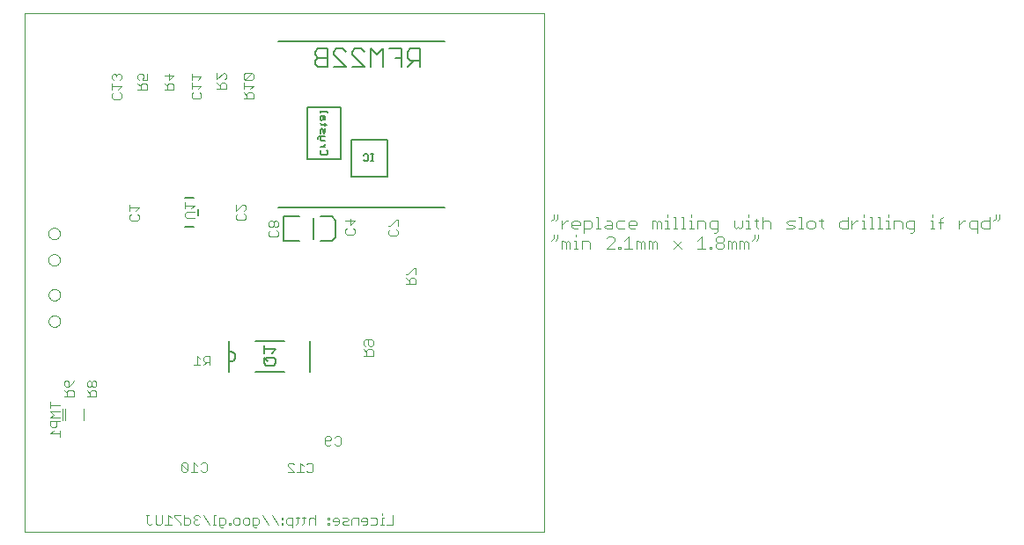
<source format=gbo>
G75*
%MOIN*%
%OFA0B0*%
%FSLAX24Y24*%
%IPPOS*%
%LPD*%
%AMOC8*
5,1,8,0,0,1.08239X$1,22.5*
%
%ADD10C,0.0000*%
%ADD11C,0.0040*%
%ADD12C,0.0080*%
%ADD13C,0.0050*%
%ADD14C,0.0060*%
%ADD15C,0.0030*%
D10*
X000350Y000350D02*
X000350Y020035D01*
X020035Y020035D01*
X020035Y000350D01*
X000350Y000350D01*
X001267Y008344D02*
X001269Y008373D01*
X001275Y008401D01*
X001284Y008429D01*
X001297Y008455D01*
X001314Y008478D01*
X001333Y008500D01*
X001355Y008519D01*
X001380Y008534D01*
X001406Y008547D01*
X001434Y008555D01*
X001462Y008560D01*
X001491Y008561D01*
X001520Y008558D01*
X001548Y008551D01*
X001575Y008541D01*
X001601Y008527D01*
X001624Y008510D01*
X001645Y008490D01*
X001663Y008467D01*
X001678Y008442D01*
X001689Y008415D01*
X001697Y008387D01*
X001701Y008358D01*
X001701Y008330D01*
X001697Y008301D01*
X001689Y008273D01*
X001678Y008246D01*
X001663Y008221D01*
X001645Y008198D01*
X001624Y008178D01*
X001601Y008161D01*
X001575Y008147D01*
X001548Y008137D01*
X001520Y008130D01*
X001491Y008127D01*
X001462Y008128D01*
X001434Y008133D01*
X001406Y008141D01*
X001380Y008154D01*
X001355Y008169D01*
X001333Y008188D01*
X001314Y008210D01*
X001297Y008233D01*
X001284Y008259D01*
X001275Y008287D01*
X001269Y008315D01*
X001267Y008344D01*
X001267Y009344D02*
X001269Y009373D01*
X001275Y009401D01*
X001284Y009429D01*
X001297Y009455D01*
X001314Y009478D01*
X001333Y009500D01*
X001355Y009519D01*
X001380Y009534D01*
X001406Y009547D01*
X001434Y009555D01*
X001462Y009560D01*
X001491Y009561D01*
X001520Y009558D01*
X001548Y009551D01*
X001575Y009541D01*
X001601Y009527D01*
X001624Y009510D01*
X001645Y009490D01*
X001663Y009467D01*
X001678Y009442D01*
X001689Y009415D01*
X001697Y009387D01*
X001701Y009358D01*
X001701Y009330D01*
X001697Y009301D01*
X001689Y009273D01*
X001678Y009246D01*
X001663Y009221D01*
X001645Y009198D01*
X001624Y009178D01*
X001601Y009161D01*
X001575Y009147D01*
X001548Y009137D01*
X001520Y009130D01*
X001491Y009127D01*
X001462Y009128D01*
X001434Y009133D01*
X001406Y009141D01*
X001380Y009154D01*
X001355Y009169D01*
X001333Y009188D01*
X001314Y009210D01*
X001297Y009233D01*
X001284Y009259D01*
X001275Y009287D01*
X001269Y009315D01*
X001267Y009344D01*
X001259Y010670D02*
X001261Y010699D01*
X001267Y010727D01*
X001276Y010755D01*
X001289Y010781D01*
X001306Y010804D01*
X001325Y010826D01*
X001347Y010845D01*
X001372Y010860D01*
X001398Y010873D01*
X001426Y010881D01*
X001454Y010886D01*
X001483Y010887D01*
X001512Y010884D01*
X001540Y010877D01*
X001567Y010867D01*
X001593Y010853D01*
X001616Y010836D01*
X001637Y010816D01*
X001655Y010793D01*
X001670Y010768D01*
X001681Y010741D01*
X001689Y010713D01*
X001693Y010684D01*
X001693Y010656D01*
X001689Y010627D01*
X001681Y010599D01*
X001670Y010572D01*
X001655Y010547D01*
X001637Y010524D01*
X001616Y010504D01*
X001593Y010487D01*
X001567Y010473D01*
X001540Y010463D01*
X001512Y010456D01*
X001483Y010453D01*
X001454Y010454D01*
X001426Y010459D01*
X001398Y010467D01*
X001372Y010480D01*
X001347Y010495D01*
X001325Y010514D01*
X001306Y010536D01*
X001289Y010559D01*
X001276Y010585D01*
X001267Y010613D01*
X001261Y010641D01*
X001259Y010670D01*
X001259Y011670D02*
X001261Y011699D01*
X001267Y011727D01*
X001276Y011755D01*
X001289Y011781D01*
X001306Y011804D01*
X001325Y011826D01*
X001347Y011845D01*
X001372Y011860D01*
X001398Y011873D01*
X001426Y011881D01*
X001454Y011886D01*
X001483Y011887D01*
X001512Y011884D01*
X001540Y011877D01*
X001567Y011867D01*
X001593Y011853D01*
X001616Y011836D01*
X001637Y011816D01*
X001655Y011793D01*
X001670Y011768D01*
X001681Y011741D01*
X001689Y011713D01*
X001693Y011684D01*
X001693Y011656D01*
X001689Y011627D01*
X001681Y011599D01*
X001670Y011572D01*
X001655Y011547D01*
X001637Y011524D01*
X001616Y011504D01*
X001593Y011487D01*
X001567Y011473D01*
X001540Y011463D01*
X001512Y011456D01*
X001483Y011453D01*
X001454Y011454D01*
X001426Y011459D01*
X001398Y011467D01*
X001372Y011480D01*
X001347Y011495D01*
X001325Y011514D01*
X001306Y011536D01*
X001289Y011559D01*
X001276Y011585D01*
X001267Y011613D01*
X001261Y011641D01*
X001259Y011670D01*
D11*
X004323Y012230D02*
X004323Y012348D01*
X004382Y012407D01*
X004323Y012533D02*
X004323Y012769D01*
X004323Y012651D02*
X004677Y012651D01*
X004559Y012533D01*
X004618Y012407D02*
X004677Y012348D01*
X004677Y012230D01*
X004618Y012171D01*
X004382Y012171D01*
X004323Y012230D01*
X006434Y012312D02*
X006434Y012430D01*
X006493Y012489D01*
X006788Y012489D01*
X006670Y012616D02*
X006788Y012734D01*
X006434Y012734D01*
X006434Y012616D02*
X006434Y012852D01*
X006434Y012312D02*
X006493Y012253D01*
X006788Y012253D01*
X008371Y012234D02*
X008371Y012352D01*
X008430Y012411D01*
X008371Y012537D02*
X008607Y012773D01*
X008666Y012773D01*
X008725Y012714D01*
X008725Y012596D01*
X008666Y012537D01*
X008666Y012411D02*
X008725Y012352D01*
X008725Y012234D01*
X008666Y012175D01*
X008430Y012175D01*
X008371Y012234D01*
X008371Y012537D02*
X008371Y012773D01*
X009604Y012086D02*
X009604Y011968D01*
X009663Y011909D01*
X009722Y011909D01*
X009781Y011968D01*
X009781Y012086D01*
X009722Y012145D01*
X009663Y012145D01*
X009604Y012086D01*
X009781Y012086D02*
X009840Y012145D01*
X009899Y012145D01*
X009958Y012086D01*
X009958Y011968D01*
X009899Y011909D01*
X009840Y011909D01*
X009781Y011968D01*
X009663Y011783D02*
X009604Y011724D01*
X009604Y011606D01*
X009663Y011547D01*
X009899Y011547D01*
X009958Y011606D01*
X009958Y011724D01*
X009899Y011783D01*
X012500Y011808D02*
X012559Y011867D01*
X012500Y011808D02*
X012500Y011690D01*
X012559Y011631D01*
X012795Y011631D01*
X012854Y011690D01*
X012854Y011808D01*
X012795Y011867D01*
X012677Y011993D02*
X012677Y012229D01*
X012500Y012170D02*
X012854Y012170D01*
X012677Y011993D01*
X014137Y011958D02*
X014196Y011958D01*
X014432Y012194D01*
X014491Y012194D01*
X014491Y011958D01*
X014432Y011832D02*
X014491Y011773D01*
X014491Y011655D01*
X014432Y011596D01*
X014196Y011596D01*
X014137Y011655D01*
X014137Y011773D01*
X014196Y011832D01*
X015099Y010354D02*
X014863Y010118D01*
X014804Y010118D01*
X014804Y009991D02*
X014922Y009873D01*
X014922Y009932D02*
X014922Y009755D01*
X014804Y009755D02*
X015158Y009755D01*
X015158Y009932D01*
X015099Y009991D01*
X014981Y009991D01*
X014922Y009932D01*
X015158Y010118D02*
X015158Y010354D01*
X015099Y010354D01*
X020307Y011402D02*
X020383Y011478D01*
X020383Y011632D01*
X020537Y011632D02*
X020537Y011478D01*
X020460Y011402D01*
X020690Y011402D02*
X020767Y011402D01*
X020844Y011325D01*
X020921Y011402D01*
X020997Y011325D01*
X020997Y011095D01*
X020844Y011095D02*
X020844Y011325D01*
X020690Y011402D02*
X020690Y011095D01*
X021151Y011095D02*
X021304Y011095D01*
X021227Y011095D02*
X021227Y011402D01*
X021151Y011402D01*
X021227Y011555D02*
X021227Y011632D01*
X021151Y011845D02*
X021074Y011921D01*
X021074Y012075D01*
X021151Y012152D01*
X021304Y012152D01*
X021381Y012075D01*
X021381Y011998D01*
X021074Y011998D01*
X021151Y011845D02*
X021304Y011845D01*
X021534Y011845D02*
X021765Y011845D01*
X021841Y011921D01*
X021841Y012075D01*
X021765Y012152D01*
X021534Y012152D01*
X021534Y011691D01*
X021995Y011845D02*
X022148Y011845D01*
X022071Y011845D02*
X022071Y012305D01*
X021995Y012305D01*
X022378Y012152D02*
X022532Y012152D01*
X022609Y012075D01*
X022609Y011845D01*
X022378Y011845D01*
X022302Y011921D01*
X022378Y011998D01*
X022609Y011998D01*
X022762Y011921D02*
X022839Y011845D01*
X023069Y011845D01*
X023222Y011921D02*
X023222Y012075D01*
X023299Y012152D01*
X023453Y012152D01*
X023529Y012075D01*
X023529Y011998D01*
X023222Y011998D01*
X023222Y011921D02*
X023299Y011845D01*
X023453Y011845D01*
X023069Y012152D02*
X022839Y012152D01*
X022762Y012075D01*
X022762Y011921D01*
X022609Y011555D02*
X022455Y011555D01*
X022378Y011478D01*
X022609Y011555D02*
X022685Y011478D01*
X022685Y011402D01*
X022378Y011095D01*
X022685Y011095D01*
X022839Y011095D02*
X022916Y011095D01*
X022916Y011171D01*
X022839Y011171D01*
X022839Y011095D01*
X023069Y011095D02*
X023376Y011095D01*
X023529Y011095D02*
X023529Y011402D01*
X023606Y011402D01*
X023683Y011325D01*
X023760Y011402D01*
X023836Y011325D01*
X023836Y011095D01*
X023683Y011095D02*
X023683Y011325D01*
X023990Y011402D02*
X023990Y011095D01*
X024143Y011095D02*
X024143Y011325D01*
X024220Y011402D01*
X024297Y011325D01*
X024297Y011095D01*
X024143Y011325D02*
X024067Y011402D01*
X023990Y011402D01*
X023222Y011555D02*
X023222Y011095D01*
X023069Y011402D02*
X023222Y011555D01*
X024143Y011845D02*
X024143Y012152D01*
X024220Y012152D01*
X024297Y012075D01*
X024373Y012152D01*
X024450Y012075D01*
X024450Y011845D01*
X024297Y011845D02*
X024297Y012075D01*
X024604Y012152D02*
X024680Y012152D01*
X024680Y011845D01*
X024604Y011845D02*
X024757Y011845D01*
X024911Y011845D02*
X025064Y011845D01*
X024987Y011845D02*
X024987Y012305D01*
X024911Y012305D01*
X024680Y012305D02*
X024680Y012382D01*
X025217Y012305D02*
X025294Y012305D01*
X025294Y011845D01*
X025217Y011845D02*
X025371Y011845D01*
X025524Y011845D02*
X025678Y011845D01*
X025601Y011845D02*
X025601Y012152D01*
X025524Y012152D01*
X025601Y012305D02*
X025601Y012382D01*
X025831Y012152D02*
X026062Y012152D01*
X026138Y012075D01*
X026138Y011845D01*
X026292Y011921D02*
X026368Y011845D01*
X026599Y011845D01*
X026599Y011768D02*
X026599Y012152D01*
X026368Y012152D01*
X026292Y012075D01*
X026292Y011921D01*
X026445Y011691D02*
X026522Y011691D01*
X026599Y011768D01*
X026599Y011555D02*
X026752Y011555D01*
X026829Y011478D01*
X026829Y011402D01*
X026752Y011325D01*
X026599Y011325D01*
X026522Y011402D01*
X026522Y011478D01*
X026599Y011555D01*
X026599Y011325D02*
X026522Y011248D01*
X026522Y011171D01*
X026599Y011095D01*
X026752Y011095D01*
X026829Y011171D01*
X026829Y011248D01*
X026752Y011325D01*
X026982Y011402D02*
X027059Y011402D01*
X027136Y011325D01*
X027213Y011402D01*
X027289Y011325D01*
X027289Y011095D01*
X027136Y011095D02*
X027136Y011325D01*
X026982Y011402D02*
X026982Y011095D01*
X027443Y011095D02*
X027443Y011402D01*
X027519Y011402D01*
X027596Y011325D01*
X027673Y011402D01*
X027750Y011325D01*
X027750Y011095D01*
X027596Y011095D02*
X027596Y011325D01*
X027903Y011402D02*
X027980Y011478D01*
X027980Y011632D01*
X028133Y011632D02*
X028133Y011478D01*
X028057Y011402D01*
X028133Y011845D02*
X028057Y011921D01*
X028057Y012228D01*
X028133Y012152D02*
X027980Y012152D01*
X027750Y012152D02*
X027750Y011845D01*
X027826Y011845D02*
X027673Y011845D01*
X027519Y011921D02*
X027519Y012152D01*
X027673Y012152D02*
X027750Y012152D01*
X027750Y012305D02*
X027750Y012382D01*
X027213Y012152D02*
X027213Y011921D01*
X027289Y011845D01*
X027366Y011921D01*
X027443Y011845D01*
X027519Y011921D01*
X028287Y011845D02*
X028287Y012305D01*
X028364Y012152D02*
X028517Y012152D01*
X028594Y012075D01*
X028594Y011845D01*
X028287Y012075D02*
X028364Y012152D01*
X029208Y012075D02*
X029284Y011998D01*
X029438Y011998D01*
X029514Y011921D01*
X029438Y011845D01*
X029208Y011845D01*
X029208Y012075D02*
X029284Y012152D01*
X029514Y012152D01*
X029668Y012305D02*
X029745Y012305D01*
X029745Y011845D01*
X029821Y011845D02*
X029668Y011845D01*
X029975Y011921D02*
X029975Y012075D01*
X030052Y012152D01*
X030205Y012152D01*
X030282Y012075D01*
X030282Y011921D01*
X030205Y011845D01*
X030052Y011845D01*
X029975Y011921D01*
X030435Y012152D02*
X030589Y012152D01*
X030512Y012228D02*
X030512Y011921D01*
X030589Y011845D01*
X031203Y011921D02*
X031203Y012075D01*
X031279Y012152D01*
X031510Y012152D01*
X031663Y012152D02*
X031663Y011845D01*
X031663Y011998D02*
X031816Y012152D01*
X031893Y012152D01*
X032047Y012152D02*
X032123Y012152D01*
X032123Y011845D01*
X032047Y011845D02*
X032200Y011845D01*
X032354Y011845D02*
X032507Y011845D01*
X032430Y011845D02*
X032430Y012305D01*
X032354Y012305D01*
X032123Y012305D02*
X032123Y012382D01*
X032661Y012305D02*
X032737Y012305D01*
X032737Y011845D01*
X032661Y011845D02*
X032814Y011845D01*
X032967Y011845D02*
X033121Y011845D01*
X033044Y011845D02*
X033044Y012152D01*
X032967Y012152D01*
X033044Y012305D02*
X033044Y012382D01*
X033274Y012152D02*
X033505Y012152D01*
X033581Y012075D01*
X033581Y011845D01*
X033735Y011921D02*
X033811Y011845D01*
X034042Y011845D01*
X034042Y011768D02*
X034042Y012152D01*
X033811Y012152D01*
X033735Y012075D01*
X033735Y011921D01*
X033888Y011691D02*
X033965Y011691D01*
X034042Y011768D01*
X034656Y011845D02*
X034809Y011845D01*
X034732Y011845D02*
X034732Y012152D01*
X034656Y012152D01*
X034732Y012305D02*
X034732Y012382D01*
X035039Y012228D02*
X035116Y012305D01*
X035039Y012228D02*
X035039Y011845D01*
X034962Y012075D02*
X035116Y012075D01*
X035730Y012152D02*
X035730Y011845D01*
X035730Y011998D02*
X035883Y012152D01*
X035960Y012152D01*
X036113Y012075D02*
X036113Y011921D01*
X036190Y011845D01*
X036420Y011845D01*
X036420Y011691D02*
X036420Y012152D01*
X036190Y012152D01*
X036113Y012075D01*
X036574Y012075D02*
X036574Y011921D01*
X036651Y011845D01*
X036881Y011845D01*
X036881Y012305D01*
X036881Y012152D02*
X036651Y012152D01*
X036574Y012075D01*
X037034Y012152D02*
X037111Y012228D01*
X037111Y012382D01*
X037264Y012382D02*
X037264Y012228D01*
X037188Y012152D01*
X033274Y012152D02*
X033274Y011845D01*
X031510Y011845D02*
X031279Y011845D01*
X031203Y011921D01*
X031510Y011845D02*
X031510Y012305D01*
X026368Y011171D02*
X026368Y011095D01*
X026292Y011095D01*
X026292Y011171D01*
X026368Y011171D01*
X026138Y011095D02*
X025831Y011095D01*
X025985Y011095D02*
X025985Y011555D01*
X025831Y011402D01*
X025217Y011402D02*
X024911Y011095D01*
X025217Y011095D02*
X024911Y011402D01*
X025831Y011845D02*
X025831Y012152D01*
X021765Y011325D02*
X021765Y011095D01*
X021765Y011325D02*
X021688Y011402D01*
X021458Y011402D01*
X021458Y011095D01*
X020690Y011845D02*
X020690Y012152D01*
X020690Y011998D02*
X020844Y012152D01*
X020921Y012152D01*
X020537Y012228D02*
X020537Y012382D01*
X020537Y012228D02*
X020460Y012152D01*
X020383Y012228D02*
X020307Y012152D01*
X020383Y012228D02*
X020383Y012382D01*
X007997Y017152D02*
X007997Y017329D01*
X007938Y017388D01*
X007820Y017388D01*
X007761Y017329D01*
X007761Y017152D01*
X007761Y017270D02*
X007643Y017388D01*
X007643Y017515D02*
X007879Y017751D01*
X007938Y017751D01*
X007997Y017692D01*
X007997Y017574D01*
X007938Y017515D01*
X007643Y017515D02*
X007643Y017751D01*
X007036Y017621D02*
X006918Y017503D01*
X007036Y017621D02*
X006682Y017621D01*
X006682Y017503D02*
X006682Y017739D01*
X006682Y017377D02*
X006682Y017141D01*
X006682Y017259D02*
X007036Y017259D01*
X006918Y017141D01*
X006977Y017014D02*
X007036Y016955D01*
X007036Y016837D01*
X006977Y016778D01*
X006741Y016778D01*
X006682Y016837D01*
X006682Y016955D01*
X006741Y017014D01*
X006001Y017133D02*
X006001Y017310D01*
X005942Y017369D01*
X005824Y017369D01*
X005765Y017310D01*
X005765Y017133D01*
X005765Y017251D02*
X005647Y017369D01*
X005824Y017495D02*
X005824Y017731D01*
X006001Y017672D02*
X005824Y017495D01*
X005647Y017672D02*
X006001Y017672D01*
X006001Y017133D02*
X005647Y017133D01*
X004992Y017135D02*
X004992Y017312D01*
X004933Y017371D01*
X004815Y017371D01*
X004756Y017312D01*
X004756Y017135D01*
X004756Y017253D02*
X004638Y017371D01*
X004697Y017497D02*
X004638Y017556D01*
X004638Y017674D01*
X004697Y017733D01*
X004815Y017733D01*
X004874Y017674D01*
X004874Y017615D01*
X004815Y017497D01*
X004992Y017497D01*
X004992Y017733D01*
X004992Y017135D02*
X004638Y017135D01*
X004015Y017253D02*
X003661Y017253D01*
X003661Y017135D02*
X003661Y017371D01*
X003720Y017497D02*
X003661Y017556D01*
X003661Y017674D01*
X003720Y017733D01*
X003779Y017733D01*
X003838Y017674D01*
X003838Y017615D01*
X003838Y017674D02*
X003897Y017733D01*
X003956Y017733D01*
X004015Y017674D01*
X004015Y017556D01*
X003956Y017497D01*
X004015Y017253D02*
X003897Y017135D01*
X003956Y017008D02*
X004015Y016949D01*
X004015Y016831D01*
X003956Y016772D01*
X003720Y016772D01*
X003661Y016831D01*
X003661Y016949D01*
X003720Y017008D01*
X007643Y017152D02*
X007997Y017152D01*
X007369Y007033D02*
X007192Y007033D01*
X007133Y006974D01*
X007133Y006856D01*
X007192Y006797D01*
X007369Y006797D01*
X007251Y006797D02*
X007133Y006679D01*
X007007Y006679D02*
X006771Y006679D01*
X006889Y006679D02*
X006889Y007033D01*
X007007Y006915D01*
X007369Y007033D02*
X007369Y006679D01*
X003076Y006025D02*
X003076Y005907D01*
X003017Y005848D01*
X002958Y005848D01*
X002899Y005907D01*
X002899Y006025D01*
X002840Y006084D01*
X002781Y006084D01*
X002722Y006025D01*
X002722Y005907D01*
X002781Y005848D01*
X002840Y005848D01*
X002899Y005907D01*
X002899Y006025D02*
X002958Y006084D01*
X003017Y006084D01*
X003076Y006025D01*
X003017Y005721D02*
X002899Y005721D01*
X002840Y005662D01*
X002840Y005485D01*
X002722Y005485D02*
X003076Y005485D01*
X003076Y005662D01*
X003017Y005721D01*
X002840Y005603D02*
X002722Y005721D01*
X001690Y005164D02*
X001336Y005164D01*
X001336Y005282D02*
X001336Y005046D01*
X001336Y004920D02*
X001454Y004802D01*
X001336Y004684D01*
X001690Y004684D01*
X001690Y004557D02*
X001336Y004557D01*
X001336Y004380D01*
X001395Y004321D01*
X001513Y004321D01*
X001572Y004380D01*
X001572Y004557D01*
X001804Y004592D02*
X001804Y005026D01*
X001904Y005026D02*
X001904Y004592D01*
X002604Y004592D02*
X002604Y005026D01*
X001690Y004920D02*
X001336Y004920D01*
X001454Y004195D02*
X001336Y004077D01*
X001690Y004077D01*
X001690Y004195D02*
X001690Y003959D01*
X006294Y002931D02*
X006294Y002695D01*
X006353Y002636D01*
X006471Y002636D01*
X006530Y002695D01*
X006294Y002931D01*
X006353Y002990D01*
X006471Y002990D01*
X006530Y002931D01*
X006530Y002695D01*
X006656Y002636D02*
X006892Y002636D01*
X006774Y002636D02*
X006774Y002990D01*
X006892Y002872D01*
X007019Y002931D02*
X007078Y002990D01*
X007196Y002990D01*
X007255Y002931D01*
X007255Y002695D01*
X007196Y002636D01*
X007078Y002636D01*
X007019Y002695D01*
X006939Y000993D02*
X006821Y000993D01*
X006762Y000934D01*
X006762Y000875D01*
X006821Y000816D01*
X006762Y000757D01*
X006762Y000698D01*
X006821Y000639D01*
X006939Y000639D01*
X006998Y000698D01*
X006880Y000816D02*
X006821Y000816D01*
X006635Y000816D02*
X006635Y000698D01*
X006576Y000639D01*
X006399Y000639D01*
X006399Y000993D01*
X006399Y000875D02*
X006576Y000875D01*
X006635Y000816D01*
X006939Y000993D02*
X006998Y000934D01*
X007124Y000993D02*
X007360Y000639D01*
X007484Y000639D02*
X007602Y000639D01*
X007543Y000639D02*
X007543Y000993D01*
X007602Y000993D01*
X007728Y000875D02*
X007905Y000875D01*
X007964Y000816D01*
X007964Y000698D01*
X007905Y000639D01*
X007728Y000639D01*
X007728Y000580D02*
X007728Y000875D01*
X008087Y000698D02*
X008087Y000639D01*
X008146Y000639D01*
X008146Y000698D01*
X008087Y000698D01*
X008272Y000698D02*
X008272Y000816D01*
X008331Y000875D01*
X008449Y000875D01*
X008508Y000816D01*
X008508Y000698D01*
X008449Y000639D01*
X008331Y000639D01*
X008272Y000698D01*
X008635Y000698D02*
X008635Y000816D01*
X008694Y000875D01*
X008812Y000875D01*
X008871Y000816D01*
X008871Y000698D01*
X008812Y000639D01*
X008694Y000639D01*
X008635Y000698D01*
X008997Y000639D02*
X009174Y000639D01*
X009233Y000698D01*
X009233Y000816D01*
X009174Y000875D01*
X008997Y000875D01*
X008997Y000580D01*
X009056Y000521D01*
X009115Y000521D01*
X009596Y000639D02*
X009360Y000993D01*
X009722Y000993D02*
X009958Y000639D01*
X010080Y000639D02*
X010139Y000639D01*
X010139Y000698D01*
X010080Y000698D01*
X010080Y000639D01*
X010080Y000816D02*
X010139Y000816D01*
X010139Y000875D01*
X010080Y000875D01*
X010080Y000816D01*
X010266Y000816D02*
X010266Y000698D01*
X010325Y000639D01*
X010502Y000639D01*
X010502Y000521D02*
X010502Y000875D01*
X010325Y000875D01*
X010266Y000816D01*
X010626Y000875D02*
X010744Y000875D01*
X010685Y000934D02*
X010685Y000698D01*
X010626Y000639D01*
X010867Y000639D02*
X010926Y000698D01*
X010926Y000934D01*
X010985Y000875D02*
X010867Y000875D01*
X011112Y000816D02*
X011112Y000639D01*
X011112Y000816D02*
X011171Y000875D01*
X011289Y000875D01*
X011348Y000816D01*
X011348Y000993D02*
X011348Y000639D01*
X011832Y000639D02*
X011891Y000639D01*
X011891Y000698D01*
X011832Y000698D01*
X011832Y000639D01*
X011832Y000816D02*
X011891Y000816D01*
X011891Y000875D01*
X011832Y000875D01*
X011832Y000816D01*
X012018Y000816D02*
X012018Y000757D01*
X012254Y000757D01*
X012254Y000698D02*
X012254Y000816D01*
X012195Y000875D01*
X012077Y000875D01*
X012018Y000816D01*
X012077Y000639D02*
X012195Y000639D01*
X012254Y000698D01*
X012381Y000698D02*
X012440Y000757D01*
X012558Y000757D01*
X012617Y000816D01*
X012558Y000875D01*
X012381Y000875D01*
X012381Y000698D02*
X012440Y000639D01*
X012617Y000639D01*
X012743Y000639D02*
X012743Y000816D01*
X012802Y000875D01*
X012979Y000875D01*
X012979Y000639D01*
X013106Y000757D02*
X013342Y000757D01*
X013342Y000698D02*
X013342Y000816D01*
X013283Y000875D01*
X013165Y000875D01*
X013106Y000816D01*
X013106Y000757D01*
X013165Y000639D02*
X013283Y000639D01*
X013342Y000698D01*
X013468Y000639D02*
X013645Y000639D01*
X013704Y000698D01*
X013704Y000816D01*
X013645Y000875D01*
X013468Y000875D01*
X013887Y000875D02*
X013887Y000639D01*
X013946Y000639D02*
X013828Y000639D01*
X013887Y000875D02*
X013946Y000875D01*
X013887Y000993D02*
X013887Y001052D01*
X014308Y000993D02*
X014308Y000639D01*
X014072Y000639D01*
X011272Y002673D02*
X011213Y002614D01*
X011095Y002614D01*
X011036Y002673D01*
X010910Y002614D02*
X010674Y002614D01*
X010792Y002614D02*
X010792Y002968D01*
X010910Y002850D01*
X011036Y002909D02*
X011095Y002968D01*
X011213Y002968D01*
X011272Y002909D01*
X011272Y002673D01*
X010547Y002614D02*
X010311Y002850D01*
X010311Y002909D01*
X010370Y002968D01*
X010488Y002968D01*
X010547Y002909D01*
X010547Y002614D02*
X010311Y002614D01*
X011731Y003692D02*
X011790Y003633D01*
X011908Y003633D01*
X011967Y003692D01*
X012094Y003692D02*
X012153Y003633D01*
X012271Y003633D01*
X012330Y003692D01*
X012330Y003928D01*
X012271Y003987D01*
X012153Y003987D01*
X012094Y003928D01*
X011967Y003928D02*
X011967Y003869D01*
X011908Y003810D01*
X011731Y003810D01*
X011731Y003692D02*
X011731Y003928D01*
X011790Y003987D01*
X011908Y003987D01*
X011967Y003928D01*
X006273Y000993D02*
X006037Y000993D01*
X006037Y000934D01*
X006273Y000698D01*
X006273Y000639D01*
X005910Y000639D02*
X005674Y000639D01*
X005792Y000639D02*
X005792Y000993D01*
X005910Y000875D01*
X005547Y000993D02*
X005547Y000698D01*
X005488Y000639D01*
X005370Y000639D01*
X005311Y000698D01*
X005311Y000993D01*
X005067Y000993D02*
X004949Y000993D01*
X005008Y000993D02*
X005008Y000698D01*
X005067Y000639D01*
X005126Y000639D01*
X005185Y000698D01*
X007728Y000580D02*
X007787Y000521D01*
X007846Y000521D01*
D12*
X008096Y006414D02*
X008096Y007595D01*
X008135Y007202D02*
X008162Y007200D01*
X008188Y007195D01*
X008213Y007186D01*
X008237Y007173D01*
X008259Y007158D01*
X008279Y007139D01*
X008296Y007119D01*
X008310Y007096D01*
X008321Y007071D01*
X008328Y007045D01*
X008332Y007018D01*
X008332Y006992D01*
X008328Y006965D01*
X008321Y006939D01*
X008310Y006914D01*
X008296Y006891D01*
X008279Y006871D01*
X008259Y006852D01*
X008237Y006837D01*
X008213Y006824D01*
X008188Y006815D01*
X008162Y006810D01*
X008135Y006808D01*
X009080Y006414D02*
X010183Y006414D01*
X011167Y006414D02*
X011167Y007595D01*
X010183Y007595D02*
X009080Y007595D01*
X010169Y011378D02*
X010760Y011378D01*
X010169Y011378D02*
X010169Y012323D01*
X010760Y012323D01*
X011547Y012323D02*
X011980Y012323D01*
X012138Y012166D01*
X012138Y011536D01*
X011980Y011378D01*
X011547Y011378D01*
X009959Y012657D02*
X016259Y012657D01*
X014093Y013838D02*
X014093Y015216D01*
X012715Y015216D01*
X012715Y013838D01*
X014093Y013838D01*
X012322Y014488D02*
X011062Y014488D01*
X011062Y016456D01*
X012322Y016456D01*
X012322Y014488D01*
X006926Y012576D02*
X006926Y012365D01*
X006776Y011910D02*
X006438Y011910D01*
X006438Y013030D02*
X006776Y013030D01*
X009959Y018956D02*
X016259Y018956D01*
D13*
X011824Y016290D02*
X011559Y016290D01*
X011559Y016246D02*
X011559Y016334D01*
X011559Y016133D02*
X011559Y016000D01*
X011603Y015956D01*
X011648Y016000D01*
X011648Y016133D01*
X011692Y016133D02*
X011559Y016133D01*
X011692Y016133D02*
X011736Y016088D01*
X011736Y016000D01*
X011736Y015851D02*
X011736Y015762D01*
X011780Y015807D02*
X011603Y015807D01*
X011559Y015851D01*
X011603Y015649D02*
X011648Y015605D01*
X011648Y015517D01*
X011692Y015472D01*
X011736Y015517D01*
X011736Y015649D01*
X011603Y015649D02*
X011559Y015605D01*
X011559Y015472D01*
X011559Y015359D02*
X011559Y015227D01*
X011603Y015182D01*
X011736Y015182D01*
X011736Y015073D02*
X011736Y015029D01*
X011648Y014941D01*
X011736Y014941D02*
X011559Y014941D01*
X011603Y014827D02*
X011559Y014783D01*
X011559Y014695D01*
X011603Y014651D01*
X011780Y014651D01*
X011824Y014695D01*
X011824Y014783D01*
X011780Y014827D01*
X011471Y015271D02*
X011471Y015315D01*
X011515Y015359D01*
X011736Y015359D01*
X011824Y016246D02*
X011824Y016290D01*
X013230Y014680D02*
X013319Y014680D01*
X013363Y014635D01*
X013363Y014459D01*
X013319Y014414D01*
X013230Y014414D01*
X013186Y014459D01*
X013186Y014635D02*
X013230Y014680D01*
X013468Y014680D02*
X013556Y014680D01*
X013512Y014680D02*
X013512Y014414D01*
X013556Y014414D02*
X013468Y014414D01*
X011303Y012251D02*
X011303Y011451D01*
X009423Y007429D02*
X009423Y007129D01*
X009423Y007279D02*
X009873Y007279D01*
X009723Y007129D01*
X009798Y006969D02*
X009498Y006969D01*
X009423Y006894D01*
X009423Y006744D01*
X009498Y006669D01*
X009798Y006669D01*
X009873Y006744D01*
X009873Y006894D01*
X009798Y006969D01*
X009573Y006819D02*
X009423Y006969D01*
D14*
X011467Y017975D02*
X011817Y017975D01*
X011817Y018675D01*
X011467Y018675D01*
X011350Y018558D01*
X011350Y018442D01*
X011467Y018325D01*
X011817Y018325D01*
X012050Y018442D02*
X012050Y018558D01*
X012167Y018675D01*
X012400Y018675D01*
X012517Y018558D01*
X012750Y018558D02*
X012866Y018675D01*
X013100Y018675D01*
X013217Y018558D01*
X013450Y018675D02*
X013450Y017975D01*
X013217Y017975D02*
X012750Y018442D01*
X012750Y018558D01*
X012750Y017975D02*
X013217Y017975D01*
X013917Y017975D02*
X013917Y018675D01*
X013683Y018442D01*
X013450Y018675D01*
X014149Y018675D02*
X014616Y018675D01*
X014616Y017975D01*
X014849Y017975D02*
X015083Y018208D01*
X014966Y018208D02*
X015316Y018208D01*
X015316Y017975D02*
X015316Y018675D01*
X014966Y018675D01*
X014849Y018558D01*
X014849Y018325D01*
X014966Y018208D01*
X014616Y018325D02*
X014383Y018325D01*
X012517Y017975D02*
X012050Y018442D01*
X011467Y018325D02*
X011350Y018208D01*
X011350Y018091D01*
X011467Y017975D01*
X012050Y017975D02*
X012517Y017975D01*
D15*
X009011Y017686D02*
X008950Y017747D01*
X008708Y017504D01*
X008647Y017565D01*
X008647Y017686D01*
X008708Y017747D01*
X008950Y017747D01*
X009011Y017686D02*
X009011Y017565D01*
X008950Y017504D01*
X008708Y017504D01*
X008647Y017384D02*
X008647Y017142D01*
X008647Y017022D02*
X008768Y016900D01*
X008768Y016961D02*
X008768Y016779D01*
X008647Y016779D02*
X009011Y016779D01*
X009011Y016961D01*
X008950Y017022D01*
X008829Y017022D01*
X008768Y016961D01*
X008890Y017142D02*
X009011Y017263D01*
X008647Y017263D01*
X013248Y007645D02*
X013491Y007645D01*
X013552Y007584D01*
X013552Y007463D01*
X013491Y007402D01*
X013430Y007402D01*
X013370Y007463D01*
X013370Y007645D01*
X013248Y007645D02*
X013188Y007584D01*
X013188Y007463D01*
X013248Y007402D01*
X013188Y007282D02*
X013309Y007161D01*
X013309Y007222D02*
X013309Y007040D01*
X013188Y007040D02*
X013552Y007040D01*
X013552Y007222D01*
X013491Y007282D01*
X013370Y007282D01*
X013309Y007222D01*
X002214Y006102D02*
X002154Y005981D01*
X002032Y005860D01*
X002032Y006042D01*
X001972Y006102D01*
X001911Y006102D01*
X001850Y006042D01*
X001850Y005920D01*
X001911Y005860D01*
X002032Y005860D01*
X002032Y005740D02*
X001972Y005679D01*
X001972Y005497D01*
X001972Y005619D02*
X001850Y005740D01*
X002032Y005740D02*
X002154Y005740D01*
X002214Y005679D01*
X002214Y005497D01*
X001850Y005497D01*
M02*

</source>
